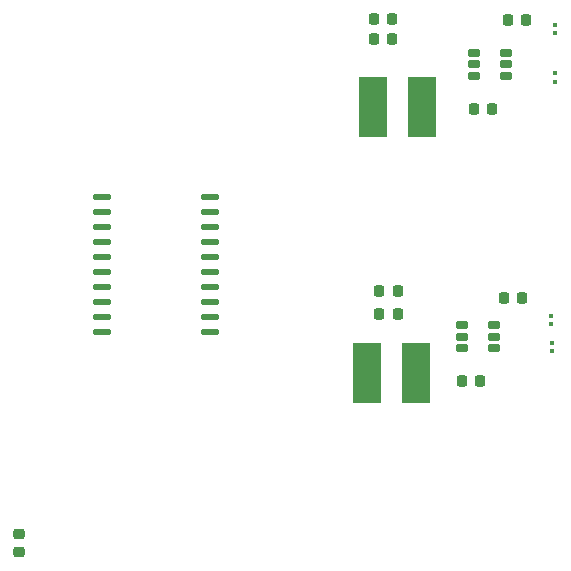
<source format=gtp>
G04 #@! TF.GenerationSoftware,KiCad,Pcbnew,(6.0.2)*
G04 #@! TF.CreationDate,2022-11-08T17:00:34+01:00*
G04 #@! TF.ProjectId,PANEL_LED_HARDWARE,50414e45-4c5f-44c4-9544-5f4841524457,rev?*
G04 #@! TF.SameCoordinates,Original*
G04 #@! TF.FileFunction,Paste,Top*
G04 #@! TF.FilePolarity,Positive*
%FSLAX46Y46*%
G04 Gerber Fmt 4.6, Leading zero omitted, Abs format (unit mm)*
G04 Created by KiCad (PCBNEW (6.0.2)) date 2022-11-08 17:00:34*
%MOMM*%
%LPD*%
G01*
G04 APERTURE LIST*
G04 Aperture macros list*
%AMRoundRect*
0 Rectangle with rounded corners*
0 $1 Rounding radius*
0 $2 $3 $4 $5 $6 $7 $8 $9 X,Y pos of 4 corners*
0 Add a 4 corners polygon primitive as box body*
4,1,4,$2,$3,$4,$5,$6,$7,$8,$9,$2,$3,0*
0 Add four circle primitives for the rounded corners*
1,1,$1+$1,$2,$3*
1,1,$1+$1,$4,$5*
1,1,$1+$1,$6,$7*
1,1,$1+$1,$8,$9*
0 Add four rect primitives between the rounded corners*
20,1,$1+$1,$2,$3,$4,$5,0*
20,1,$1+$1,$4,$5,$6,$7,0*
20,1,$1+$1,$6,$7,$8,$9,0*
20,1,$1+$1,$8,$9,$2,$3,0*%
G04 Aperture macros list end*
%ADD10RoundRect,0.225000X-0.225000X-0.250000X0.225000X-0.250000X0.225000X0.250000X-0.225000X0.250000X0*%
%ADD11RoundRect,0.079500X-0.100500X0.079500X-0.100500X-0.079500X0.100500X-0.079500X0.100500X0.079500X0*%
%ADD12RoundRect,0.150000X-0.400000X-0.150000X0.400000X-0.150000X0.400000X0.150000X-0.400000X0.150000X0*%
%ADD13RoundRect,0.225000X0.225000X0.250000X-0.225000X0.250000X-0.225000X-0.250000X0.225000X-0.250000X0*%
%ADD14RoundRect,0.225000X-0.250000X0.225000X-0.250000X-0.225000X0.250000X-0.225000X0.250000X0.225000X0*%
%ADD15R,2.350000X5.100000*%
%ADD16RoundRect,0.127500X-0.630000X0.127500X-0.630000X-0.127500X0.630000X-0.127500X0.630000X0.127500X0*%
G04 APERTURE END LIST*
D10*
X122000000Y-49900000D03*
X123550000Y-49900000D03*
X122475000Y-72850000D03*
X124025000Y-72850000D03*
D11*
X137085000Y-77315000D03*
X137085000Y-78005000D03*
X137370000Y-54465000D03*
X137370000Y-55155000D03*
D12*
X129490000Y-75800000D03*
X129490000Y-76750000D03*
X129490000Y-77700000D03*
X132190000Y-77700000D03*
X132190000Y-76750000D03*
X132190000Y-75800000D03*
D13*
X134590000Y-73475000D03*
X133040000Y-73475000D03*
D10*
X129475000Y-80550000D03*
X131025000Y-80550000D03*
D11*
X137055000Y-75015000D03*
X137055000Y-75705000D03*
D14*
X91990000Y-93445000D03*
X91990000Y-94995000D03*
D13*
X134935000Y-49940000D03*
X133385000Y-49940000D03*
D11*
X137350000Y-51040000D03*
X137350000Y-50350000D03*
D10*
X122480000Y-74825000D03*
X124030000Y-74825000D03*
D15*
X125605000Y-79855000D03*
X121455000Y-79855000D03*
X126105000Y-57300000D03*
X121955000Y-57300000D03*
D10*
X121995000Y-51570000D03*
X123545000Y-51570000D03*
D12*
X130510000Y-52745000D03*
X130510000Y-53695000D03*
X130510000Y-54645000D03*
X133210000Y-54645000D03*
X133210000Y-53695000D03*
X133210000Y-52745000D03*
D16*
X108135000Y-76370000D03*
X108135000Y-75100000D03*
X108135000Y-73830000D03*
X108135000Y-72560000D03*
X108135000Y-71290000D03*
X108135000Y-70020000D03*
X108135000Y-68750000D03*
X108135000Y-67480000D03*
X108135000Y-66210000D03*
X108135000Y-64940000D03*
X99020000Y-76370000D03*
X99020000Y-75100000D03*
X99020000Y-73830000D03*
X99020000Y-72560000D03*
X99020000Y-71290000D03*
X99020000Y-70020000D03*
X99020000Y-68750000D03*
X99020000Y-67480000D03*
X99020000Y-66210000D03*
X99020000Y-64940000D03*
D10*
X130500000Y-57500000D03*
X132050000Y-57500000D03*
M02*

</source>
